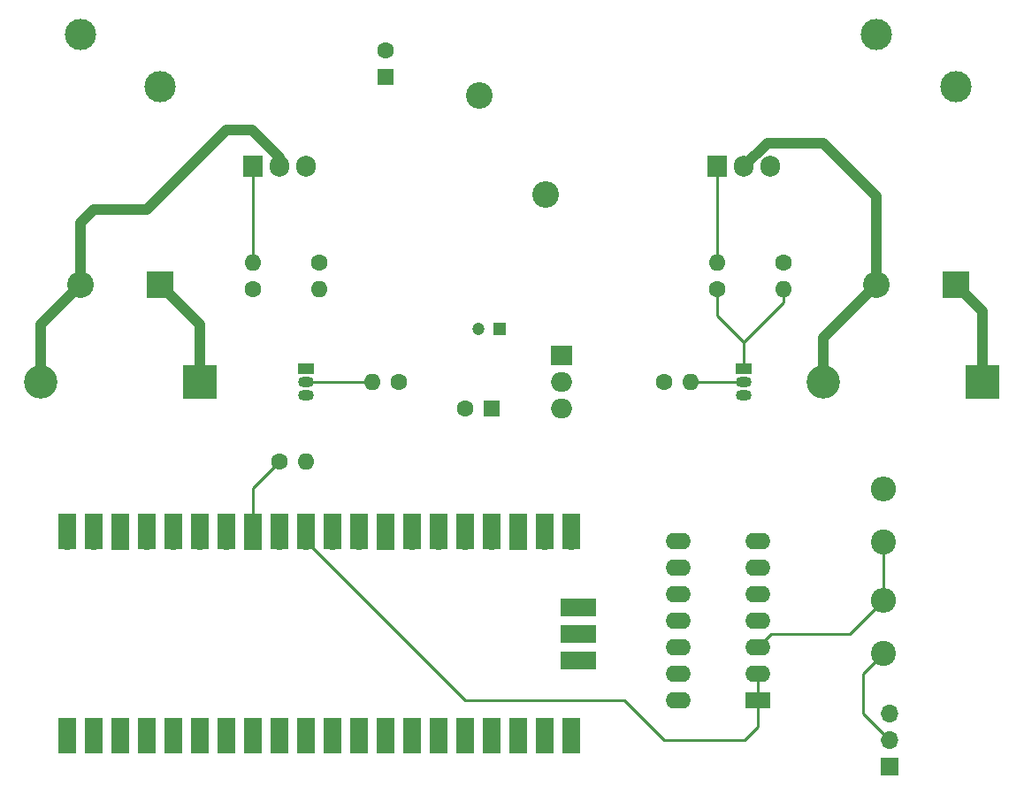
<source format=gbr>
%TF.GenerationSoftware,KiCad,Pcbnew,7.0.10*%
%TF.CreationDate,2024-07-18T14:31:58-06:00*%
%TF.ProjectId,Pressure-Controlled-Power-Outlet-control-PCB,50726573-7375-4726-952d-436f6e74726f,rev?*%
%TF.SameCoordinates,Original*%
%TF.FileFunction,Copper,L1,Top*%
%TF.FilePolarity,Positive*%
%FSLAX46Y46*%
G04 Gerber Fmt 4.6, Leading zero omitted, Abs format (unit mm)*
G04 Created by KiCad (PCBNEW 7.0.10) date 2024-07-18 14:31:58*
%MOMM*%
%LPD*%
G01*
G04 APERTURE LIST*
%TA.AperFunction,ComponentPad*%
%ADD10C,2.550000*%
%TD*%
%TA.AperFunction,ComponentPad*%
%ADD11R,1.200000X1.200000*%
%TD*%
%TA.AperFunction,ComponentPad*%
%ADD12C,1.200000*%
%TD*%
%TA.AperFunction,ComponentPad*%
%ADD13O,1.700000X1.700000*%
%TD*%
%TA.AperFunction,SMDPad,CuDef*%
%ADD14R,1.700000X3.500000*%
%TD*%
%TA.AperFunction,ComponentPad*%
%ADD15R,1.700000X1.700000*%
%TD*%
%TA.AperFunction,SMDPad,CuDef*%
%ADD16R,3.500000X1.700000*%
%TD*%
%TA.AperFunction,ComponentPad*%
%ADD17C,1.600000*%
%TD*%
%TA.AperFunction,ComponentPad*%
%ADD18O,1.600000X1.600000*%
%TD*%
%TA.AperFunction,ComponentPad*%
%ADD19R,1.500000X1.050000*%
%TD*%
%TA.AperFunction,ComponentPad*%
%ADD20O,1.500000X1.050000*%
%TD*%
%TA.AperFunction,ComponentPad*%
%ADD21R,1.905000X2.000000*%
%TD*%
%TA.AperFunction,ComponentPad*%
%ADD22O,1.905000X2.000000*%
%TD*%
%TA.AperFunction,ComponentPad*%
%ADD23R,3.200000X3.200000*%
%TD*%
%TA.AperFunction,ComponentPad*%
%ADD24O,3.200000X3.200000*%
%TD*%
%TA.AperFunction,ComponentPad*%
%ADD25R,2.000000X1.905000*%
%TD*%
%TA.AperFunction,ComponentPad*%
%ADD26O,2.000000X1.905000*%
%TD*%
%TA.AperFunction,ComponentPad*%
%ADD27R,2.400000X1.600000*%
%TD*%
%TA.AperFunction,ComponentPad*%
%ADD28O,2.400000X1.600000*%
%TD*%
%TA.AperFunction,ComponentPad*%
%ADD29C,2.400000*%
%TD*%
%TA.AperFunction,ComponentPad*%
%ADD30O,2.400000X2.400000*%
%TD*%
%TA.AperFunction,ComponentPad*%
%ADD31C,3.000000*%
%TD*%
%TA.AperFunction,ComponentPad*%
%ADD32R,2.540000X2.540000*%
%TD*%
%TA.AperFunction,ComponentPad*%
%ADD33C,2.540000*%
%TD*%
%TA.AperFunction,ComponentPad*%
%ADD34R,1.600000X1.600000*%
%TD*%
%TA.AperFunction,Conductor*%
%ADD35C,1.000000*%
%TD*%
%TA.AperFunction,Conductor*%
%ADD36C,0.250000*%
%TD*%
G04 APERTURE END LIST*
D10*
%TO.P,J2,1,1*%
%TO.N,GND*%
X139759801Y-87475000D03*
%TO.P,J2,2,2*%
%TO.N,+24V*%
X133409801Y-77975000D03*
%TD*%
D11*
%TO.P,C3,1*%
%TO.N,+24V*%
X135350000Y-100330000D03*
D12*
%TO.P,C3,2*%
%TO.N,GND*%
X133350000Y-100330000D03*
%TD*%
D13*
%TO.P,U1,1,GPIO0*%
%TO.N,/Activate_Live*%
X93980000Y-138430000D03*
D14*
X93980000Y-139330000D03*
D13*
%TO.P,U1,2,GPIO1*%
%TO.N,/Activate_Neutral*%
X96520000Y-138430000D03*
D14*
X96520000Y-139330000D03*
%TO.P,U1,3,GND*%
%TO.N,GND*%
X99060000Y-139330000D03*
D15*
X99060000Y-138430000D03*
D13*
%TO.P,U1,4,GPIO2*%
%TO.N,unconnected-(U1-GPIO2-Pad4)*%
X101600000Y-138430000D03*
D14*
X101600000Y-139330000D03*
D13*
%TO.P,U1,5,GPIO3*%
%TO.N,unconnected-(U1-GPIO3-Pad5)*%
X104140000Y-138430000D03*
D14*
X104140000Y-139330000D03*
D13*
%TO.P,U1,6,GPIO4*%
%TO.N,unconnected-(U1-GPIO4-Pad6)*%
X106680000Y-138430000D03*
D14*
X106680000Y-139330000D03*
%TO.P,U1,7,GPIO5*%
%TO.N,unconnected-(U1-GPIO5-Pad7)*%
X109220000Y-139330000D03*
D13*
X109220000Y-138430000D03*
D15*
%TO.P,U1,8,GND*%
%TO.N,GND*%
X111760000Y-138430000D03*
D14*
X111760000Y-139330000D03*
%TO.P,U1,9,GPIO6*%
%TO.N,unconnected-(U1-GPIO6-Pad9)*%
X114300000Y-139330000D03*
D13*
X114300000Y-138430000D03*
%TO.P,U1,10,GPIO7*%
%TO.N,unconnected-(U1-GPIO7-Pad10)*%
X116840000Y-138430000D03*
D14*
X116840000Y-139330000D03*
%TO.P,U1,11,GPIO8*%
%TO.N,unconnected-(U1-GPIO8-Pad11)*%
X119380000Y-139330000D03*
D13*
X119380000Y-138430000D03*
%TO.P,U1,12,GPIO9*%
%TO.N,unconnected-(U1-GPIO9-Pad12)*%
X121920000Y-138430000D03*
D14*
X121920000Y-139330000D03*
D15*
%TO.P,U1,13,GND*%
%TO.N,GND*%
X124460000Y-138430000D03*
D14*
X124460000Y-139330000D03*
%TO.P,U1,14,GPIO10*%
%TO.N,unconnected-(U1-GPIO10-Pad14)*%
X127000000Y-139330000D03*
D13*
X127000000Y-138430000D03*
%TO.P,U1,15,GPIO11*%
%TO.N,unconnected-(U1-GPIO11-Pad15)*%
X129540000Y-138430000D03*
D14*
X129540000Y-139330000D03*
%TO.P,U1,16,GPIO12*%
%TO.N,unconnected-(U1-GPIO12-Pad16)*%
X132080000Y-139330000D03*
D13*
X132080000Y-138430000D03*
D14*
%TO.P,U1,17,GPIO13*%
%TO.N,unconnected-(U1-GPIO13-Pad17)*%
X134620000Y-139330000D03*
D13*
X134620000Y-138430000D03*
D14*
%TO.P,U1,18,GND*%
%TO.N,GND*%
X137160000Y-139330000D03*
D15*
X137160000Y-138430000D03*
D13*
%TO.P,U1,19,GPIO14*%
%TO.N,unconnected-(U1-GPIO14-Pad19)*%
X139700000Y-138430000D03*
D14*
X139700000Y-139330000D03*
%TO.P,U1,20,GPIO15*%
%TO.N,unconnected-(U1-GPIO15-Pad20)*%
X142240000Y-139330000D03*
D13*
X142240000Y-138430000D03*
D14*
%TO.P,U1,21,GPIO16*%
%TO.N,unconnected-(U1-GPIO16-Pad21)*%
X142240000Y-119750000D03*
D13*
X142240000Y-120650000D03*
D14*
%TO.P,U1,22,GPIO17*%
%TO.N,unconnected-(U1-GPIO17-Pad22)*%
X139700000Y-119750000D03*
D13*
X139700000Y-120650000D03*
D14*
%TO.P,U1,23,GND*%
%TO.N,GND*%
X137160000Y-119750000D03*
D15*
X137160000Y-120650000D03*
D13*
%TO.P,U1,24,GPIO18*%
%TO.N,unconnected-(U1-GPIO18-Pad24)*%
X134620000Y-120650000D03*
D14*
X134620000Y-119750000D03*
%TO.P,U1,25,GPIO19*%
%TO.N,unconnected-(U1-GPIO19-Pad25)*%
X132080000Y-119750000D03*
D13*
X132080000Y-120650000D03*
D14*
%TO.P,U1,26,GPIO20*%
%TO.N,unconnected-(U1-GPIO20-Pad26)*%
X129540000Y-119750000D03*
D13*
X129540000Y-120650000D03*
%TO.P,U1,27,GPIO21*%
%TO.N,unconnected-(U1-GPIO21-Pad27)*%
X127000000Y-120650000D03*
D14*
X127000000Y-119750000D03*
D15*
%TO.P,U1,28,GND*%
%TO.N,GND*%
X124460000Y-120650000D03*
D14*
X124460000Y-119750000D03*
D13*
%TO.P,U1,29,GPIO22*%
%TO.N,unconnected-(U1-GPIO22-Pad29)*%
X121920000Y-120650000D03*
D14*
X121920000Y-119750000D03*
%TO.P,U1,30,RUN*%
%TO.N,unconnected-(U1-RUN-Pad30)*%
X119380000Y-119750000D03*
D13*
X119380000Y-120650000D03*
%TO.P,U1,31,GPIO26_ADC0*%
%TO.N,/ADC0*%
X116840000Y-120650000D03*
D14*
X116840000Y-119750000D03*
D13*
%TO.P,U1,32,GPIO27_ADC1*%
%TO.N,unconnected-(U1-GPIO27_ADC1-Pad32)*%
X114300000Y-120650000D03*
D14*
X114300000Y-119750000D03*
%TO.P,U1,33,AGND*%
%TO.N,Net-(U1-AGND)*%
X111760000Y-119750000D03*
D15*
X111760000Y-120650000D03*
D14*
%TO.P,U1,34,GPIO28_ADC2*%
%TO.N,unconnected-(U1-GPIO28_ADC2-Pad34)*%
X109220000Y-119750000D03*
D13*
X109220000Y-120650000D03*
D14*
%TO.P,U1,35,ADC_VREF*%
%TO.N,/ADC_Ref*%
X106680000Y-119750000D03*
D13*
X106680000Y-120650000D03*
%TO.P,U1,36,3V3*%
%TO.N,unconnected-(U1-3V3-Pad36)*%
X104140000Y-120650000D03*
D14*
X104140000Y-119750000D03*
%TO.P,U1,37,3V3_EN*%
%TO.N,unconnected-(U1-3V3_EN-Pad37)*%
X101600000Y-119750000D03*
D13*
X101600000Y-120650000D03*
D14*
%TO.P,U1,38,GND*%
%TO.N,GND*%
X99060000Y-119750000D03*
D15*
X99060000Y-120650000D03*
D14*
%TO.P,U1,39,VSYS*%
%TO.N,unconnected-(U1-VSYS-Pad39)*%
X96520000Y-119750000D03*
D13*
X96520000Y-120650000D03*
%TO.P,U1,40,VBUS*%
%TO.N,+5V*%
X93980000Y-120650000D03*
D14*
X93980000Y-119750000D03*
D16*
%TO.P,U1,41,SWCLK*%
%TO.N,unconnected-(U1-SWCLK-Pad41)*%
X142910000Y-132080000D03*
D13*
X142010000Y-132080000D03*
D15*
%TO.P,U1,42,GND*%
%TO.N,GND*%
X142010000Y-129540000D03*
D16*
X142910000Y-129540000D03*
D13*
%TO.P,U1,43,SWDIO*%
%TO.N,unconnected-(U1-SWDIO-Pad43)*%
X142010000Y-127000000D03*
D16*
X142910000Y-127000000D03*
%TD*%
D17*
%TO.P,R9,1*%
%TO.N,/Activate_Neutral*%
X151130000Y-105410000D03*
D18*
%TO.P,R9,2*%
%TO.N,Net-(Q1-B)*%
X153670000Y-105410000D03*
%TD*%
D17*
%TO.P,R8,1*%
%TO.N,/Activate_Live*%
X125730000Y-105410000D03*
D18*
%TO.P,R8,2*%
%TO.N,Net-(Q4-B)*%
X123190000Y-105410000D03*
%TD*%
D17*
%TO.P,R7,1*%
%TO.N,GND*%
X118110000Y-93980000D03*
D18*
%TO.P,R7,2*%
%TO.N,Net-(Q4-E)*%
X118110000Y-96520000D03*
%TD*%
D17*
%TO.P,R6,1*%
%TO.N,GND*%
X162560000Y-93980000D03*
D18*
%TO.P,R6,2*%
%TO.N,Net-(Q1-E)*%
X162560000Y-96520000D03*
%TD*%
D17*
%TO.P,R5,1*%
%TO.N,Net-(Q1-E)*%
X156210000Y-96520000D03*
D18*
%TO.P,R5,2*%
%TO.N,Net-(Q3-G)*%
X156210000Y-93980000D03*
%TD*%
D17*
%TO.P,R4,1*%
%TO.N,Net-(Q4-E)*%
X111760000Y-96520000D03*
D18*
%TO.P,R4,2*%
%TO.N,Net-(Q2-G)*%
X111760000Y-93980000D03*
%TD*%
D19*
%TO.P,Q4,1,E*%
%TO.N,Net-(Q4-E)*%
X116840000Y-104140000D03*
D20*
%TO.P,Q4,2,B*%
%TO.N,Net-(Q4-B)*%
X116840000Y-105410000D03*
%TO.P,Q4,3,C*%
%TO.N,+5V*%
X116840000Y-106680000D03*
%TD*%
D21*
%TO.P,Q3,1,G*%
%TO.N,Net-(Q3-G)*%
X156210000Y-84765000D03*
D22*
%TO.P,Q3,2,D*%
%TO.N,Net-(D2-A)*%
X158750000Y-84765000D03*
%TO.P,Q3,3,S*%
%TO.N,GND*%
X161290000Y-84765000D03*
%TD*%
D21*
%TO.P,Q2,1,G*%
%TO.N,Net-(Q2-G)*%
X111760000Y-84765000D03*
D22*
%TO.P,Q2,2,D*%
%TO.N,Net-(D1-A)*%
X114300000Y-84765000D03*
%TO.P,Q2,3,S*%
%TO.N,GND*%
X116840000Y-84765000D03*
%TD*%
D19*
%TO.P,Q1,1,E*%
%TO.N,Net-(Q1-E)*%
X158750000Y-104140000D03*
D20*
%TO.P,Q1,2,B*%
%TO.N,Net-(Q1-B)*%
X158750000Y-105410000D03*
%TO.P,Q1,3,C*%
%TO.N,+5V*%
X158750000Y-106680000D03*
%TD*%
D23*
%TO.P,D2,1,K*%
%TO.N,+24V*%
X181610000Y-105410000D03*
D24*
%TO.P,D2,2,A*%
%TO.N,Net-(D2-A)*%
X166370000Y-105410000D03*
%TD*%
D23*
%TO.P,D1,1,K*%
%TO.N,+24V*%
X106680000Y-105410000D03*
D24*
%TO.P,D1,2,A*%
%TO.N,Net-(D1-A)*%
X91440000Y-105410000D03*
%TD*%
D25*
%TO.P,U3,1,VI*%
%TO.N,+24V*%
X141295000Y-102870000D03*
D26*
%TO.P,U3,2,GND*%
%TO.N,GND*%
X141295000Y-105410000D03*
%TO.P,U3,3,VO*%
%TO.N,+5V*%
X141295000Y-107950000D03*
%TD*%
D27*
%TO.P,U2,1*%
%TO.N,/ADC0*%
X160035000Y-135895000D03*
D28*
%TO.P,U2,2,-*%
X160035000Y-133355000D03*
%TO.P,U2,3,+*%
%TO.N,Net-(U2A-+)*%
X160035000Y-130815000D03*
%TO.P,U2,4*%
%TO.N,N/C*%
X160035000Y-128275000D03*
%TO.P,U2,5*%
X160035000Y-125735000D03*
%TO.P,U2,6*%
X160035000Y-123195000D03*
%TO.P,U2,7*%
X160035000Y-120655000D03*
%TO.P,U2,8*%
X152415000Y-120655000D03*
%TO.P,U2,9*%
X152415000Y-123195000D03*
%TO.P,U2,10*%
X152415000Y-125735000D03*
%TO.P,U2,11*%
X152415000Y-128275000D03*
%TO.P,U2,12*%
X152415000Y-130815000D03*
%TO.P,U2,13*%
X152415000Y-133355000D03*
%TO.P,U2,14*%
X152415000Y-135895000D03*
%TD*%
D17*
%TO.P,R3,1*%
%TO.N,Net-(U1-AGND)*%
X114300000Y-113030000D03*
D18*
%TO.P,R3,2*%
%TO.N,GND*%
X116840000Y-113030000D03*
%TD*%
D29*
%TO.P,R2,1*%
%TO.N,Net-(U2A-+)*%
X172085000Y-120760000D03*
D30*
%TO.P,R2,2*%
%TO.N,GND*%
X172085000Y-115680000D03*
%TD*%
D29*
%TO.P,R1,1*%
%TO.N,/Water Pressure 5V*%
X172085000Y-131445000D03*
D30*
%TO.P,R1,2*%
%TO.N,Net-(U2A-+)*%
X172085000Y-126365000D03*
%TD*%
D31*
%TO.P,K2,11*%
%TO.N,unconnected-(K2-Pad11)*%
X179060000Y-77190000D03*
%TO.P,K2,14*%
%TO.N,unconnected-(K2-Pad14)*%
X171440000Y-72150000D03*
D32*
%TO.P,K2,A1*%
%TO.N,+24V*%
X179060000Y-96090000D03*
D33*
%TO.P,K2,A2*%
%TO.N,Net-(D2-A)*%
X171440000Y-96090000D03*
%TD*%
D31*
%TO.P,K1,11*%
%TO.N,unconnected-(K1-Pad11)*%
X102860000Y-77190000D03*
%TO.P,K1,14*%
%TO.N,unconnected-(K1-Pad14)*%
X95240000Y-72150000D03*
D32*
%TO.P,K1,A1*%
%TO.N,+24V*%
X102860000Y-96090000D03*
D33*
%TO.P,K1,A2*%
%TO.N,Net-(D1-A)*%
X95240000Y-96090000D03*
%TD*%
D13*
%TO.P,J1,3,Pin_3*%
%TO.N,GND*%
X172695000Y-137145000D03*
%TO.P,J1,2,Pin_2*%
%TO.N,/Water Pressure 5V*%
X172695000Y-139685000D03*
D15*
%TO.P,J1,1,Pin_1*%
%TO.N,+5V*%
X172695000Y-142225000D03*
%TD*%
D34*
%TO.P,C2,1*%
%TO.N,+5V*%
X134580000Y-107950000D03*
D17*
%TO.P,C2,2*%
%TO.N,GND*%
X132080000Y-107950000D03*
%TD*%
D34*
%TO.P,C1,1*%
%TO.N,+24V*%
X124460000Y-76200000D03*
D17*
%TO.P,C1,2*%
%TO.N,GND*%
X124460000Y-73700000D03*
%TD*%
D35*
%TO.N,Net-(D1-A)*%
X96520000Y-88900000D02*
X95240000Y-90180000D01*
X101600000Y-88900000D02*
X96520000Y-88900000D01*
X111627500Y-81280000D02*
X109220000Y-81280000D01*
X109220000Y-81280000D02*
X101600000Y-88900000D01*
X95240000Y-90180000D02*
X95240000Y-96090000D01*
X114300000Y-83952500D02*
X111627500Y-81280000D01*
X114300000Y-84765000D02*
X114300000Y-83952500D01*
D36*
%TO.N,/Water Pressure 5V*%
X170180000Y-133350000D02*
X172085000Y-131445000D01*
X170180000Y-137170000D02*
X170180000Y-133350000D01*
X172695000Y-139685000D02*
X170180000Y-137170000D01*
D35*
%TO.N,Net-(D2-A)*%
X160965000Y-82550000D02*
X158750000Y-84765000D01*
X166370000Y-82550000D02*
X160965000Y-82550000D01*
X171440000Y-96090000D02*
X171440000Y-87620000D01*
X171440000Y-87620000D02*
X166370000Y-82550000D01*
D36*
%TO.N,Net-(Q2-G)*%
X111760000Y-93980000D02*
X111760000Y-84765000D01*
D35*
%TO.N,+24V*%
X181610000Y-98640000D02*
X179060000Y-96090000D01*
X181610000Y-105410000D02*
X181610000Y-98640000D01*
%TO.N,Net-(D2-A)*%
X171440000Y-96090000D02*
X166370000Y-101160000D01*
X166370000Y-101160000D02*
X166370000Y-105410000D01*
D36*
%TO.N,Net-(U2A-+)*%
X161310000Y-129540000D02*
X160035000Y-130815000D01*
X172085000Y-126365000D02*
X168910000Y-129540000D01*
X168910000Y-129540000D02*
X161310000Y-129540000D01*
%TO.N,Net-(Q1-B)*%
X158750000Y-105410000D02*
X153670000Y-105410000D01*
%TO.N,Net-(Q4-B)*%
X123190000Y-105410000D02*
X116840000Y-105410000D01*
%TO.N,Net-(Q3-G)*%
X156210000Y-93980000D02*
X156210000Y-84765000D01*
%TO.N,Net-(Q1-E)*%
X156210000Y-99060000D02*
X158750000Y-101600000D01*
X156210000Y-96520000D02*
X156210000Y-99060000D01*
X162560000Y-97790000D02*
X162560000Y-96520000D01*
X158750000Y-101600000D02*
X162560000Y-97790000D01*
X158750000Y-104140000D02*
X158750000Y-101600000D01*
D35*
%TO.N,+24V*%
X106680000Y-105410000D02*
X106680000Y-99910000D01*
X106680000Y-99910000D02*
X102860000Y-96090000D01*
%TO.N,Net-(D1-A)*%
X91440000Y-99890000D02*
X95240000Y-96090000D01*
X91440000Y-105410000D02*
X91440000Y-99890000D01*
D36*
%TO.N,Net-(U1-AGND)*%
X111760000Y-120650000D02*
X111760000Y-115570000D01*
X111760000Y-115570000D02*
X114300000Y-113030000D01*
%TO.N,/ADC0*%
X147320000Y-135890000D02*
X132080000Y-135890000D01*
X151130000Y-139700000D02*
X147320000Y-135890000D01*
X158770000Y-139700000D02*
X151130000Y-139700000D01*
X132080000Y-135890000D02*
X116840000Y-120650000D01*
X160035000Y-138435000D02*
X158770000Y-139700000D01*
X160035000Y-133355000D02*
X160035000Y-138435000D01*
%TO.N,Net-(U2A-+)*%
X172085000Y-126365000D02*
X172085000Y-120760000D01*
%TD*%
M02*

</source>
